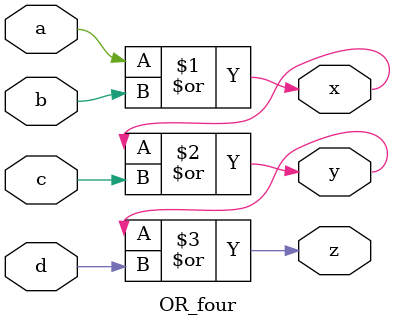
<source format=v>
`timescale 1ns / 1ps

module OR_four(
    input a, b, c, d,
    output x, y, z
    );
    
assign x = a|b;
assign y = x|c;
assign z = y|d;

endmodule
</source>
